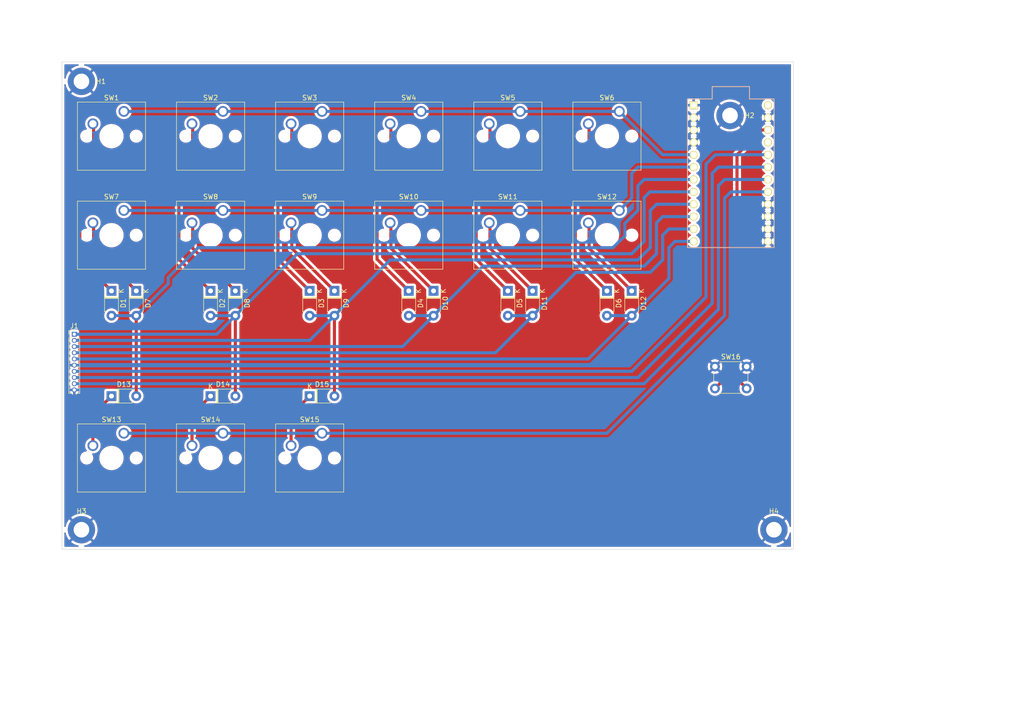
<source format=kicad_pcb>
(kicad_pcb (version 20211014) (generator pcbnew)
  (layers (0 "F.Cu" signal) (31 "B.Cu" signal) (34 "B.Paste" user) (35 "F.Paste" user) (36 "B.SilkS" user "B.Silkscreen") (37 "F.SilkS" user "F.Silkscreen") (38 "B.Mask" user) (39 "F.Mask" user) (44 "Edge.Cuts" user))
  (net 0 "")
  (net 1 "/w0")
  (net 2 "Net-(D2-Pad1)")
  (net 3 "Net-(D3-Pad1)")
  (net 4 "/w1")
  (net 5 "Net-(D4-Pad1)")
  (net 6 "Net-(D5-Pad1)")
  (net 7 "/w2")
  (net 8 "/w3")
  (net 9 "/w4")
  (net 10 "Net-(D12-Pad1)")
  (net 11 "Net-(D13-Pad1)")
  (net 12 "Net-(D14-Pad1)")
  (net 13 "Net-(D15-Pad1)")
  (net 14 "Net-(D6-Pad1)")
  (net 15 "/w5")
  (net 16 "Net-(D7-Pad1)")
  (net 17 "Net-(D8-Pad1)")
  (net 18 "Net-(D9-Pad1)")
  (net 19 "/r0")
  (net 20 "/r2")
  (net 21 "/r4")
  (net 22 "Net-(D1-Pad1)")
  (net 23 "Net-(D10-Pad1)")
  (net 24 "Net-(D11-Pad1)")
  (net 25 "GND")
  (net 28 "/r1")
  (net 29 "/r3")
  (net 30 "/r5")
  (net 31 "Net-(U1-Pad22)")
  (footprint "Button_Switch_Keyboard:SW_Cherry_MX_1.00u_PCB" (layer "F.Cu") (at 284.65 110.17)
    (fp_text reference "SW4" (at -2.54 -2.794) (layer "F.SilkS"))
    (fp_text value "SW_Push")
    (pad "" np_thru_hole circle (at -7.62 5.08) (size 1.7 1.7) (drill 1.7) (layers *.Cu *.Mask))
    (pad "" np_thru_hole circle (at -2.54 5.08) (size 4 4) (drill 4) (layers *.Cu *.Mask))
    (pad "" np_thru_hole circle (at 2.54 5.08) (size 1.7 1.7) (drill 1.7) (layers *.Cu *.Mask))
    (pad "1" thru_hole circle (at 0 0) (size 2.2 2.2) (drill 1.5) (layers *.Cu *.Mask) (net 28 "/r1"))
    (pad "2" thru_hole circle (at -6.35 2.54) (size 2.2 2.2) (drill 1.5) (layers *.Cu *.Mask) (net 5 "Net-(D4-Pad1)"))
  )
  (footprint "Diode_THT:D_T-1_P5.08mm_Horizontal" (layer "F.Cu") (at 302.43 147 -90)
    (fp_text reference "D5" (at 2.54 -2.42 90) (layer "F.SilkS"))
    (fp_text value "D")
    (fp_text user "K" (at 0 -2 90) (layer "F.SilkS"))
    (pad "1" thru_hole rect (at 0 0 270) (size 2 2) (drill 1) (layers *.Cu *.Mask) (net 6 "Net-(D5-Pad1)"))
    (pad "2" thru_hole oval (at 5.08 0 270) (size 2 2) (drill 1) (layers *.Cu *.Mask) (net 4 "/w1"))
  )
  (footprint "Button_Switch_Keyboard:SW_Cherry_MX_1.00u_PCB" (layer "F.Cu") (at 304.97 110.17)
    (fp_text reference "SW5" (at -2.54 -2.794) (layer "F.SilkS"))
    (fp_text value "SW_Push")
    (pad "" np_thru_hole circle (at -7.62 5.08) (size 1.7 1.7) (drill 1.7) (layers *.Cu *.Mask))
    (pad "" np_thru_hole circle (at 2.54 5.08) (size 1.7 1.7) (drill 1.7) (layers *.Cu *.Mask))
    (pad "" np_thru_hole circle (at -2.54 5.08) (size 4 4) (drill 4) (layers *.Cu *.Mask))
    (pad "1" thru_hole circle (at 0 0) (size 2.2 2.2) (drill 1.5) (layers *.Cu *.Mask) (net 28 "/r1"))
    (pad "2" thru_hole circle (at -6.35 2.54) (size 2.2 2.2) (drill 1.5) (layers *.Cu *.Mask) (net 6 "Net-(D5-Pad1)"))
  )
  (footprint "Diode_THT:D_T-1_P5.08mm_Horizontal" (layer "F.Cu") (at 322.75 147 -90)
    (fp_text reference "D6" (at 2.54 -2.42 90) (layer "F.SilkS"))
    (fp_text value "D")
    (fp_text user "K" (at 0 -2 90) (layer "F.SilkS"))
    (pad "1" thru_hole rect (at 0 0 270) (size 2 2) (drill 1) (layers *.Cu *.Mask) (net 14 "Net-(D6-Pad1)"))
    (pad "2" thru_hole oval (at 5.08 0 270) (size 2 2) (drill 1) (layers *.Cu *.Mask) (net 1 "/w0"))
  )
  (footprint "Button_Switch_Keyboard:SW_Cherry_MX_1.00u_PCB" (layer "F.Cu") (at 325.29 110.17)
    (fp_text reference "SW6" (at -2.54 -2.794) (layer "F.SilkS"))
    (fp_text value "SW_Push")
    (pad "" np_thru_hole circle (at -7.62 5.08) (size 1.7 1.7) (drill 1.7) (layers *.Cu *.Mask))
    (pad "" np_thru_hole circle (at -2.54 5.08) (size 4 4) (drill 4) (layers *.Cu *.Mask))
    (pad "" np_thru_hole circle (at 2.54 5.08) (size 1.7 1.7) (drill 1.7) (layers *.Cu *.Mask))
    (pad "1" thru_hole circle (at 0 0) (size 2.2 2.2) (drill 1.5) (layers *.Cu *.Mask) (net 28 "/r1"))
    (pad "2" thru_hole circle (at -6.35 2.54) (size 2.2 2.2) (drill 1.5) (layers *.Cu *.Mask) (net 14 "Net-(D6-Pad1)"))
  )
  (footprint "MountingHole:MountingHole_3.2mm_M3_DIN965_Pad" (layer "F.Cu") (at 214.99 104.01)
    (fp_text reference "H1" (at 4 0) (layer "F.SilkS"))
    (fp_text value "MountingHole_Pad")
    (pad "1" thru_hole circle (at 0 0) (size 5.6 5.6) (drill 3.2) (layers *.Cu *.Mask) (net 25 "GND"))
  )
  (footprint "MountingHole:MountingHole_3.2mm_M3_DIN965_Pad" (layer "F.Cu") (at 214.99 196.01)
    (fp_text reference "H3" (at 0 -3.8) (layer "F.SilkS"))
    (fp_text value "MountingHole_Pad")
    (pad "1" thru_hole circle (at 0 0) (size 5.6 5.6) (drill 3.2) (layers *.Cu *.Mask) (net 25 "GND"))
  )
  (footprint "Diode_THT:D_T-1_P5.08mm_Horizontal" (layer "F.Cu") (at 246.55 147 -90)
    (fp_text reference "D8" (at 2.54 -2.42 90) (layer "F.SilkS"))
    (fp_text value "D")
    (fp_text user "K" (at 0 -2 90) (layer "F.SilkS"))
    (pad "1" thru_hole rect (at 0 0 270) (size 2 2) (drill 1) (layers *.Cu *.Mask) (net 17 "Net-(D8-Pad1)"))
    (pad "2" thru_hole oval (at 5.08 0 270) (size 2 2) (drill 1) (layers *.Cu *.Mask) (net 9 "/w4"))
  )
  (footprint "Button_Switch_Keyboard:SW_Cherry_MX_1.00u_PCB" (layer "F.Cu") (at 223.69 130.49)
    (fp_text reference "SW7" (at -2.54 -2.794) (layer "F.SilkS"))
    (fp_text value "SW_Push")
    (pad "" np_thru_hole circle (at -7.62 5.08) (size 1.7 1.7) (drill 1.7) (layers *.Cu *.Mask))
    (pad "" np_thru_hole circle (at 2.54 5.08) (size 1.7 1.7) (drill 1.7) (layers *.Cu *.Mask))
    (pad "" np_thru_hole circle (at -2.54 5.08) (size 4 4) (drill 4) (layers *.Cu *.Mask))
    (pad "1" thru_hole circle (at 0 0) (size 2.2 2.2) (drill 1.5) (layers *.Cu *.Mask) (net 29 "/r3"))
    (pad "2" thru_hole circle (at -6.35 2.54) (size 2.2 2.2) (drill 1.5) (layers *.Cu *.Mask) (net 16 "Net-(D7-Pad1)"))
  )
  (footprint "Button_Switch_THT:SW_PUSH_6mm_H5mm" (layer "F.Cu") (at 344.9 162.53)
    (fp_text reference "SW16" (at 3.25 -2) (layer "F.SilkS"))
    (fp_text value "SW_Push")
    (pad "1" thru_hole circle (at 0 0 90) (size 2 2) (drill 1.1) (layers *.Cu *.Mask) (net 25 "GND"))
    (pad "1" thru_hole circle (at 6.5 0 90) (size 2 2) (drill 1.1) (layers *.Cu *.Mask) (net 25 "GND"))
    (pad "2" thru_hole circle (at 0 4.5 90) (size 2 2) (drill 1.1) (layers *.Cu *.Mask) (net 31 "Net-(U1-Pad22)"))
    (pad "2" thru_hole circle (at 6.5 4.5 90) (size 2 2) (drill 1.1) (layers *.Cu *.Mask) (net 31 "Net-(U1-Pad22)"))
  )
  (footprint "Button_Switch_Keyboard:SW_Cherry_MX_1.00u_PCB" (layer "F.Cu") (at 304.97 130.49)
    (fp_text reference "SW11" (at -2.54 -2.794) (layer "F.SilkS"))
    (fp_text value "SW_Push")
    (pad "" np_thru_hole circle (at 2.54 5.08) (size 1.7 1.7) (drill 1.7) (layers *.Cu *.Mask))
    (pad "" np_thru_hole circle (at -7.62 5.08) (size 1.7 1.7) (drill 1.7) (layers *.Cu *.Mask))
    (pad "" np_thru_hole circle (at -2.54 5.08) (size 4 4) (drill 4) (layers *.Cu *.Mask))
    (pad "1" thru_hole circle (at 0 0) (size 2.2 2.2) (drill 1.5) (layers *.Cu *.Mask) (net 29 "/r3"))
    (pad "2" thru_hole circle (at -6.35 2.54) (size 2.2 2.2) (drill 1.5) (layers *.Cu *.Mask) (net 24 "Net-(D11-Pad1)"))
  )
  (footprint "Button_Switch_Keyboard:SW_Cherry_MX_1.00u_PCB" (layer "F.Cu") (at 244.01 130.49)
    (fp_text reference "SW8" (at -2.54 -2.794) (layer "F.SilkS"))
    (fp_text value "SW_Push")
    (pad "" np_thru_hole circle (at -2.54 5.08) (size 4 4) (drill 4) (layers *.Cu *.Mask))
    (pad "" np_thru_hole circle (at -7.62 5.08) (size 1.7 1.7) (drill 1.7) (layers *.Cu *.Mask))
    (pad "" np_thru_hole circle (at 2.54 5.08) (size 1.7 1.7) (drill 1.7) (layers *.Cu *.Mask))
    (pad "1" thru_hole circle (at 0 0) (size 2.2 2.2) (drill 1.5) (layers *.Cu *.Mask) (net 29 "/r3"))
    (pad "2" thru_hole circle (at -6.35 2.54) (size 2.2 2.2) (drill 1.5) (layers *.Cu *.Mask) (net 17 "Net-(D8-Pad1)"))
  )
  (footprint "Diode_THT:D_T-1_P5.08mm_Horizontal" (layer "F.Cu") (at 226.23 147 -90)
    (fp_text reference "D7" (at 2.54 -2.42 90) (layer "F.SilkS"))
    (fp_text value "D")
    (fp_text user "K" (at 0 -2 90) (layer "F.SilkS"))
    (pad "1" thru_hole rect (at 0 0 270) (size 2 2) (drill 1) (layers *.Cu *.Mask) (net 16 "Net-(D7-Pad1)"))
    (pad "2" thru_hole oval (at 5.08 0 270) (size 2 2) (drill 1) (layers *.Cu *.Mask) (net 15 "/w5"))
  )
  (footprint "Button_Switch_Keyboard:SW_Cherry_MX_1.00u_PCB" (layer "F.Cu") (at 264.33 176.21)
    (fp_text reference "SW15" (at -2.54 -2.794) (layer "F.SilkS"))
    (fp_text value "SW_Push")
    (pad "" np_thru_hole circle (at -7.62 5.08) (size 1.7 1.7) (drill 1.7) (layers *.Cu *.Mask))
    (pad "" np_thru_hole circle (at 2.54 5.08) (size 1.7 1.7) (drill 1.7) (layers *.Cu *.Mask))
    (pad "" np_thru_hole circle (at -2.54 5.08) (size 4 4) (drill 4) (layers *.Cu *.Mask))
    (pad "1" thru_hole circle (at 0 0) (size 2.2 2.2) (drill 1.5) (layers *.Cu *.Mask) (net 30 "/r5"))
    (pad "2" thru_hole circle (at -6.35 2.54) (size 2.2 2.2) (drill 1.5) (layers *.Cu *.Mask) (net 13 "Net-(D15-Pad1)"))
  )
  (footprint "Diode_THT:D_T-1_P5.08mm_Horizontal" (layer "F.Cu") (at 287.19 147 -90)
    (fp_text reference "D10" (at 2.54 -2.42 90) (layer "F.SilkS"))
    (fp_text value "D")
    (fp_text user "K" (at 0 -2 90) (layer "F.SilkS"))
    (pad "1" thru_hole rect (at 0 0 270) (size 2 2) (drill 1) (layers *.Cu *.Mask) (net 23 "Net-(D10-Pad1)"))
    (pad "2" thru_hole oval (at 5.08 0 270) (size 2 2) (drill 1) (layers *.Cu *.Mask) (net 7 "/w2"))
  )
  (footprint "Button_Switch_Keyboard:SW_Cherry_MX_1.00u_PCB" (layer "F.Cu") (at 264.33 110.17)
    (fp_text reference "SW3" (at -2.54 -2.794) (layer "F.SilkS"))
    (fp_text value "SW_Push")
    (pad "" np_thru_hole circle (at -2.54 5.08) (size 4 4) (drill 4) (layers *.Cu *.Mask))
    (pad "" np_thru_hole circle (at -7.62 5.08) (size 1.7 1.7) (drill 1.7) (layers *.Cu *.Mask))
    (pad "" np_thru_hole circle (at 2.54 5.08) (size 1.7 1.7) (drill 1.7) (layers *.Cu *.Mask))
    (pad "1" thru_hole circle (at 0 0) (size 2.2 2.2) (drill 1.5) (layers *.Cu *.Mask) (net 28 "/r1"))
    (pad "2" thru_hole circle (at -6.35 2.54) (size 2.2 2.2) (drill 1.5) (layers *.Cu *.Mask) (net 3 "Net-(D3-Pad1)"))
  )
  (footprint "Diode_THT:D_T-1_P5.08mm_Horizontal" (layer "F.Cu") (at 241.47 168.59)
    (fp_text reference "D14" (at 2.54 -2.42) (layer "F.SilkS"))
    (fp_text value "D")
    (fp_text user "K" (at 0 -2) (layer "F.SilkS"))
    (pad "1" thru_hole rect (at 0 0) (size 2 2) (drill 1) (layers *.Cu *.Mask) (net 12 "Net-(D14-Pad1)"))
    (pad "2" thru_hole oval (at 5.08 0) (size 2 2) (drill 1) (layers *.Cu *.Mask) (net 9 "/w4"))
  )
  (footprint "Diode_THT:D_T-1_P5.08mm_Horizontal" (layer "F.Cu") (at 327.83 147 -90)
    (fp_text reference "D12" (at 2.54 -2.42 90) (layer "F.SilkS"))
    (fp_text value "D")
    (fp_text user "K" (at 0 -2 90) (layer "F.SilkS"))
    (pad "1" thru_hole rect (at 0 0 270) (size 2 2) (drill 1) (layers *.Cu *.Mask) (net 10 "Net-(D12-Pad1)"))
    (pad "2" thru_hole oval (at 5.08 0 270) (size 2 2) (drill 1) (layers *.Cu *.Mask) (net 1 "/w0"))
  )
  (footprint "promicro:ProMicro" (layer "F.Cu") (at 348.15 122.87 -90)
    (fp_text reference "U1" hide)
    (fp_text value "ProMicro")
    (pad "1" thru_hole rect locked (at -13.97 7.62 270) (size 1.6 1.6) (drill 1.1) (layers *.Cu *.Mask "F.SilkS") (net 25 "GND"))
    (pad "2" thru_hole circle locked (at -11.43 7.62 270) (size 1.6 1.6) (drill 1.1) (layers *.Cu *.Mask "F.SilkS") (net 25 "GND"))
    (pad "3" thru_hole circle locked (at -8.89 7.62 270) (size 1.6 1.6) (drill 1.1) (layers *.Cu *.Mask "F.SilkS") (net 25 "GND"))
    (pad "4" thru_hole circle locked (at -6.35 7.62 270) (size 1.6 1.6) (drill 1.1) (layers *.Cu *.Mask "F.SilkS") (net 25 "GND"))
    (pad "5" thru_hole circle locked (at -3.81 7.62 270) (size 1.6 1.6) (drill 1.1) (layers *.Cu *.Mask "F.SilkS") (net 28 "/r1"))
    (pad "6" thru_hole circle locked (at -1.27 7.62 270) (size 1.6 1.6) (drill 1.1) (layers *.Cu *.Mask "F.SilkS") (net 29 "/r3"))
    (pad "7" thru_hole circle locked (at 1.27 7.62 270) (size 1.6 1.6) (drill 1.1) (layers *.Cu *.Mask "F.SilkS") (net 15 "/w5"))
    (pad "8" thru_hole circle locked (at 3.81 7.62 270) (size 1.6 1.6) (drill 1.1) (layers *.Cu *.Mask "F.SilkS") (net 9 "/w4"))
    (pad "9" thru_hole circle locked (at 6.35 7.62 270) (size 1.6 1.6) (drill 1.1) (layers *.Cu *.Mask "F.SilkS") (net 8 "/w3"))
    (pad "10" thru_hole circle locked (at 8.89 7.62 270) (size 1.6 1.6) (drill 1.1) (layers *.Cu *.Mask "F.SilkS") (net 7 "/w2"))
    (pad "11" thru_hole circle locked (at 11.43 7.62 270) (size 1.6 1.6) (drill 1.1) (layers *.Cu *.Mask "F.SilkS") (net 4 "/w1"))
    (pad "12" thru_hole circle locked (at 13.97 7.62 270) (size 1.6 1.6) (drill 1.1) (layers *.Cu *.Mask "F.SilkS") (net 1 "/w0"))
    (pad "13" thru_hole circle locked (at 13.97 -7.62 270) (size 1.6 1.6) (drill 1.1) (layers *.Cu *.Mask "F.SilkS") (net 25 "GND"))
    (pad "14" thru_hole circle locked (at 11.43 -7.62 270) (size 1.6 1.6) (drill 1.1) (layers *.Cu *.Mask "F.SilkS") (net 25 "GND"))
    (pad "15" thru_hole circle locked (at 8.89 -7.62 270) (size 1.6 1.6) (drill 1.1) (layers *.Cu *.Mask "F.SilkS") (net 25 "GND"))
    (pad "16" thru_hole circle locked (at 6.35 -7.62 270) (size 1.6 1.6) (drill 1.1) (layers *.Cu *.Mask "F.SilkS") (net 25 "GND"))
    (pad "17" thru_hole circle locked (at 3.81 -7.62 270) (size 1.6 1.6) (drill 1.1) (layers *.Cu *.Mask "F.SilkS") (net 30 "/r5"))
    (pad "18" thru_hole circle locked (at 1.27 -7.62 270) (size 1.6 1.6) (drill 1.1) (layers *.Cu *.Mask "F.SilkS") (net 21 "/r4"))
    (pad "19" thru_hole circle locked (at -1.27 -7.62 270) (size 1.6 1.6) (drill 1.1) (layers *.Cu *.Mask "F.SilkS") (net 20 "/r2"))
    (pad "20" thru_hole circle locked (at -3.81 -7.62 270) (size 1.6 1.6) (drill 1.1) (layers *.Cu *.Mask "F.SilkS") (net 19 "/r0"))
    (pad "21" thru_hole circle locked (at -6.35 -7.62 270) (size 1.6 1.6) (drill 1.1) (layers *.Cu *.Mask "F.SilkS"))
    (pad "22" thru_hole circle locked (at -8.89 -7.62 270) (size 1.6 1.6) (drill 1.1) (layers *.Cu *.Mask "F.SilkS") (net 31 "Net-(U1-Pad22)"))
    (pad "23" thru_hole circle locked (at -11.43 -7.62 270) (size 1.6 1.6) (drill 1.1) (layers *.Cu *.Mask "F.SilkS") (net 25 "GND"))
    (pad "24" thru_hole circle locked (at -13.97 -7.62 270) (size 1.6 1.6) (drill 1.1) (layers *.Cu *.Mask "F.SilkS"))
  )
  (footprint "Diode_THT:D_T-1_P5.08mm_Horizontal" (layer "F.Cu") (at 266.87 147 -90)
    (fp_text reference "D9" (at 2.54 -2.42 90) (layer "F.SilkS"))
    (fp_text value "D")
    (fp_text user "K" (at 0 -2 90) (layer "F.SilkS"))
    (pad "1" thru_hole rect (at 0 0 270) (size 2 2) (drill 1) (layers *.Cu *.Mask) (net 18 "Net-(D9-Pad1)"))
    (pad "2" thru_hole oval (at 5.08 0 270) (size 2 2) (drill 1) (layers *.Cu *.Mask) (net 8 "/w3"))
  )
  (footprint "Diode_THT:D_T-1_P5.08mm_Horizontal" (layer "F.Cu") (at 307.51 147 -90)
    (fp_text reference "D11" (at 2.54 -2.42 90) (layer "F.SilkS"))
    (fp_text value "D")
    (fp_text user "K" (at 0 -2 90) (layer "F.SilkS"))
    (pad "1" thru_hole rect (at 0 0 270) (size 2 2) (drill 1) (layers *.Cu *.Mask) (net 24 "Net-(D11-Pad1)"))
    (pad "2" thru_hole oval (at 5.08 0 270) (size 2 2) (drill 1) (layers *.Cu *.Mask) (net 4 "/w1"))
  )
  (footprint "Button_Switch_Keyboard:SW_Cherry_MX_1.00u_PCB" (layer "F.Cu") (at 223.69 110.17)
    (fp_text reference "SW1" (at -2.54 -2.794) (layer "F.SilkS"))
    (fp_text value "SW_Push")
    (pad "" np_thru_hole circle (at -7.62 5.08) (size 1.7 1.7) (drill 1.7) (layers *.Cu *.Mask))
    (pad "" np_thru_hole circle (at -2.54 5.08) (size 4 4) (drill 4) (layers *.Cu *.Mask))
    (pad "" np_thru_hole circle (at 2.54 5.08) (size 1.7 1.7) (drill 1.7) (layers *.Cu *.Mask))
    (pad "1" thru_hole circle (at 0 0) (size 2.2 2.2) (drill 1.5) (layers *.Cu *.Mask) (net 28 "/r1"))
    (pad "2" thru_hole circle (at -6.35 2.54) (size 2.2 2.2) (drill 1.5) (layers *.Cu *.Mask) (net 22 "Net-(D1-Pad1)"))
  )
  (footprint "Button_Switch_Keyboard:SW_Cherry_MX_1.00u_PCB" (layer "F.Cu") (at 284.65 130.49)
    (fp_text reference "SW10" (at -2.54 -2.794) (layer "F.SilkS"))
    (fp_text value "SW_Push")
    (pad "" np_thru_hole circle (at -2.54 5.08) (size 4 4) (drill 4) (layers *.Cu *.Mask))
    (pad "" np_thru_hole circle (at -7.62 5.08) (size 1.7 1.7) (drill 1.7) (layers *.Cu *.Mask))
    (pad "" np_thru_hole circle (at 2.54 5.08) (size 1.7 1.7) (drill 1.7) (layers *.Cu *.Mask))
    (pad "1" thru_hole circle (at 0 0) (size 2.2 2.2) (drill 1.5) (layers *.Cu *.Mask) (net 29 "/r3"))
    (pad "2" thru_hole circle (at -6.35 2.54) (size 2.2 2.2) (drill 1.5) (layers *.Cu *.Mask) (net 23 "Net-(D10-Pad1)"))
  )
  (footprint "Diode_THT:D_T-1_P5.08mm_Horizontal" (layer "F.Cu") (at 261.79 147 -90)
    (fp_text reference "D3" (at 2.54 -2.42 90) (layer "F.SilkS"))
    (fp_text value "D")
    (fp_text user "K" (at 0 -2 90) (layer "F.SilkS"))
    (pad "1" thru_hole rect (at 0 0 270) (size 2 2) (drill 1) (layers *.Cu *.Mask) (net 3 "Net-(D3-Pad1)"))
    (pad "2" thru_hole oval (at 5.08 0 270) (size 2 2) (drill 1) (layers *.Cu *.Mask) (net 8 "/w3"))
  )
  (footprint "Diode_THT:D_T-1_P5.08mm_Horizontal" (layer "F.Cu") (at 221.15 168.59)
    (fp_text reference "D13" (at 2.54 -2.42) (layer "F.SilkS"))
    (fp_text value "D")
    (pad "1" thru_hole rect (at 0 0) (size 2 2) (drill 1) (layers *.Cu *.Mask) (net 11 "Net-(D13-Pad1)"))
    (pad "2" thru_hole oval (at 5.08 0) (size 2 2) (drill 1) (layers *.Cu *.Mask) (net 15 "/w5"))
  )
  (footprint "Connector_PinHeader_1.27mm:PinHeader_1x10_P1.27mm_Vertical" (layer "F.Cu") (at 213.53 155.89)
    (fp_text reference "J1" (at 0 -1.695) (layer "F.SilkS"))
    (fp_text value "Conn_01x10_Female")
    (pad "1" thru_hole rect (at 0 0) (size 1 1) (drill 0.65) (layers *.Cu *.Mask) (net 9 "/w4"))
    (pad "2" thru_hole oval (at 0 1.27) (size 1 1) (drill 0.65) (layers *.Cu *.Mask) (net 8 "/w3"))
    (pad "3" thru_hole oval (at 0 2.54) (size 1 1) (drill 0.65) (layers *.Cu *.Mask) (net 7 "/w2"))
    (pad "4" thru_hole oval (at 0 3.81) (size 1 1) (drill 0.65) (layers *.Cu *.Mask) (net 4 "/w1"))
    (pad "5" thru_hole oval (at 0 5.08) (size 1 1) (drill 0.65) (layers *.Cu *.Mask) (net 1 "/w0"))
    (pad "6" thru_hole oval (at 0 6.35) (size 1 1) (drill 0.65) (layers *.Cu *.Mask) (net 25 "GND"))
    (pad "7" thru_hole oval (at 0 7.62) (size 1 1) (drill 0.65) (layers *.Cu *.Mask) (net 19 "/r0"))
    (pad "8" thru_hole oval (at 0 8.89) (size 1 1) (drill 0.65) (layers *.Cu *.Mask) (net 20 "/r2"))
    (pad "9" thru_hole oval (at 0 10.16) (size 1 1) (drill 0.65) (layers *.Cu *.Mask) (net 21 "/r4"))
    (pad "10" thru_hole oval (at 0 11.43) (size 1 1) (drill 0.65) (layers *.Cu *.Mask) (net 25 "GND"))
  )
  (footprint "Diode_THT:D_T-1_P5.08mm_Horizontal" (layer "F.Cu") (at 241.47 147 -90)
    (fp_text reference "D2" (at 2.54 -2.42 90) (layer "F.SilkS"))
    (fp_text value "D")
    (fp_text user "K" (at 0 -2 90) (layer "F.SilkS"))
    (pad "1" thru_hole rect (at 0 0 270) (size 2 2) (drill 1) (layers *.Cu *.Mask) (net 2 "Net-(D2-Pad1)"))
    (pad "2" thru_hole oval (at 5.08 0 270) (size 2 2) (drill 1) (layers *.Cu *.Mask) (net 9 "/w4"))
  )
  (footprint "MountingHole:MountingHole_3.2mm_M3_DIN965_Pad" (layer "F.Cu") (at 356.99 196.01)
    (fp_text reference "H4" (at 0 -3.8) (layer "F.SilkS"))
    (fp_text value "MountingHole_Pad")
    (pad "1" thru_hole circle (at 0 0) (size 5.6 5.6) (drill 3.2) (layers *.Cu *.Mask) (net 25 "GND"))
  )
  (footprint "Diode_THT:D_T-1_P5.08mm_Horizontal" (layer "F.Cu") (at 261.79 168.59)
    (fp_text reference "D15" (at 2.54 -2.42) (layer "F.SilkS"))
    (fp_text value "D")
    (fp_text user "K" (at 0 -2) (layer "F.SilkS"))
    (pad "1" thru_hole rect (at 0 0) (size 2 2) (drill 1) (layers *.Cu *.Mask) (net 13 "Net-(D15-Pad1)"))
    (pad "2" thru_hole oval (at 5.08 0) (size 2 2) (drill 1) (layers *.Cu *.Mask) (net 8 "/w3"))
  )
  (footprint "Button_Switch_Keyboard:SW_Cherry_MX_1.00u_PCB" (layer "F.Cu") (at 264.33 130.49)
    (fp_text reference "SW9" (at -2.54 -2.794) (layer "F.SilkS"))
    (fp_text value "SW_Push")
    (pad "" np_thru_hole circle (at 2.54 5.08) (size 1.7 1.7) (drill 1.7) (layers *.Cu *.Mask))
    (pad "" np_thru_hole circle (at -2.54 5.08) (size 4 4) (drill 4) (layers *.Cu *.Mask))
    (pad "" np_thru_hole circle (at -7.62 5.08) (size 1.7 1.7) (drill 1.7) (layers *.Cu *.Mask))
    (pad "1" thru_hole circle (at 0 0) (size 2.2 2.2) (drill 1.5) (layers *.Cu *.Mask) (net 29 "/r3"))
    (pad "2" thru_hole circle (at -6.35 2.54) (size 2.2 2.2) (drill 1.5) (layers *.Cu *.Mask) (net 18 "Net-(D9-Pad1)"))
  )
  (footprint "Button_Switch_Keyboard:SW_Cherry_MX_1.00u_PCB" (layer "F.Cu") (at 325.29 130.49)
    (fp_text reference "SW12" (at -2.54 -2.794) (layer "F.SilkS"))
    (fp_text value "SW_Push")
    (pad "" np_thru_hole circle (at 2.54 5.08) (size 1.7 1.7) (drill 1.7) (layers *.Cu *.Mask))
    (pad "" np_thru_hole circle (at -7.62 5.08) (size 1.7 1.7) (drill 1.7) (layers *.Cu *.Mask))
    (pad "" np_thru_hole circle (at -2.54 5.08) (size 4 4) (drill 4) (layers *.Cu *.Mask))
    (pad "1" thru_hole circle (at 0 0) (size 2.2 2.2) (drill 1.5) (layers *.Cu *.Mask) (net 29 "/r3"))
    (pad "2" thru_hole circle (at -6.35 2.54) (size 2.2 2.2) (drill 1.5) (layers *.Cu *.Mask) (net 10 "Net-(D12-Pad1)"))
  )
  (footprint "Button_Switch_Keyboard:SW_Cherry_MX_1.00u_PCB" (layer "F.Cu") (at 223.69 176.21)
    (fp_text reference "SW13" (at -2.54 -2.794) (layer "F.SilkS"))
    (fp_text value "SW_Push")
    (pad "" np_thru_hole circle (at 2.54 5.08) (size 1.7 1.7) (drill 1.7) (layers *.Cu *.Mask))
    (pad "" np_thru_hole circle (at -7.62 5.08) (size 1.7 1.7) (drill 1.7) (layers *.Cu *.Mask))
    (pad "" np_thru_hole circle (at -2.54 5.08) (size 4 4) (drill 4) (layers *.Cu *.Mask))
    (pad "1" thru_hole circle (at 0 0) (size 2.2 2.2) (drill 1.5) (layers *.Cu *.Mask) (net 30 "/r5"))
    (pad "2" thru_hole circle (at -6.35 2.54) (size 2.2 2.2) (drill 1.5) (layers *.Cu *.Mask) (net 11 "Net-(D13-Pad1)"))
  )
  (footprint "Button_Switch_Keyboard:SW_Cherry_MX_1.00u_PCB" (layer "F.Cu") (at 244.01 110.17)
    (fp_text reference "SW2" (at -2.54 -2.794) (layer "F.SilkS"))
    (fp_text value "SW_Push")
    (pad "" np_thru_hole circle (at 2.54 5.08) (size 1.7 1.7) (drill 1.7) (layers *.Cu *.Mask))
    (pad "" np_thru_hole circle (at -2.54 5.08) (size 4 4) (drill 4) (layers *.Cu *.Mask))
    (pad "" np_thru_hole circle (at -7.62 5.08) (size 1.7 1.7) (drill 1.7) (layers *.Cu *.Mask))
    (pad "1" thru_hole circle (at 0 0) (size 2.2 2.2) (drill 1.5) (layers *.Cu *.Mask) (net 28 "/r1"))
    (pad "2" thru_hole circle (at -6.35 2.54) (size 2.2 2.2) (drill 1.5) (layers *.Cu *.Mask) (net 2 "Net-(D2-Pad1)"))
  )
  (footprint "MountingHole:MountingHole_3.2mm_M3_DIN965_Pad" (layer "F.Cu") (at 347.99 111.01)
    (fp_text reference "H2" (at 4 0) (layer "F.SilkS"))
    (fp_text value "MountingHole_Pad")
    (pad "1" thru_hole circle (at 0 0) (size 5.6 5.6) (drill 3.2) (layers *.Cu *.Mask) (net 25 "GND"))
  )
  (footprint "Diode_THT:D_T-1_P5.08mm_Horizontal" (layer "F.Cu") (at 282.11 147 -90)
    (fp_text reference "D4" (at 2.54 -2.42 90) (layer "F.SilkS"))
    (fp_text value "D")
    (fp_text user "K" (at 0 -2 90) (layer "F.SilkS"))
    (pad "1" thru_hole rect (at 0 0 270) (size 2 2) (drill 1) (layers *.Cu *.Mask) (net 5 "Net-(D4-Pad1)"))
    (pad "2" thru_hole oval (at 5.08 0 270) (size 2 2) (drill 1) (layers *.Cu *.Mask) (net 7 "/w2"))
  )
  (footprint "Diode_THT:D_T-1_P5.08mm_Horizontal" (layer "F.Cu") (at 221.15 147 -90)
    (fp_text reference "D1" (at 2.54 -2.42 90) (layer "F.SilkS"))
    (fp_text value "D")
    (fp_text user "K" (at 0 -2 90) (layer "F.SilkS"))
    (pad "1" thru_hole rect (at 0 0 270) (size 2 2) (drill 1) (layers *.Cu *.Mask) (net 22 "Net-(D1-Pad1)"))
    (pad "2" thru_hole oval (at 5.08 0 270) (size 2 2) (drill 1) (layers *.Cu *.Mask) (net 15 "/w5"))
  )
  (footprint "Button_Switch_Keyboard:SW_Cherry_MX_1.00u_PCB" (layer "F.Cu") (at 244.01 176.21)
    (fp_text reference "SW14" (at -2.54 -2.794) (layer "F.SilkS"))
    (fp_text value "SW_Push")
    (pad "" np_thru_hole circle (at -7.62 5.08) (size 1.7 1.7) (drill 1.7) (layers *.Cu *.Mask))
    (pad "" np_thru_hole circle (at 2.54 5.08) (size 1.7 1.7) (drill 1.7) (layers *.Cu *.Mask))
    (pad "" np_thru_hole circle (at -2.54 5.08) (size 4 4) (drill 4) (layers *.Cu *.Mask))
    (pad "1" thru_hole circle (at 0 0) (size 2.2 2.2) (drill 1.5) (layers *.Cu *.Mask) (net 30 "/r5"))
    (pad "2" thru_hole circle (at -6.35 2.54) (size 2.2 2.2) (drill 1.5) (layers *.Cu *.Mask) (net 12 "Net-(D14-Pad1)"))
  )
  (gr_rect (start 210.99 100.01) (end 360.99 200.01) (layer "Edge.Cuts") (width 0.1) (fill none))
  (segment (start 318.94 160.97) (end 327.83 152.08) (width 0.635) (layer "B.Cu") (net 1))
  (segment (start 322.75 152.08) (end 327.83 152.08) (width 0.635) (layer "B.Cu") (net 1))
  (segment (start 213.53 160.97) (end 318.94 160.97) (width 0.635) (layer "B.Cu") (net 1))
  (segment (start 335.45 138.11) (end 336.72 136.84) (width 0.635) (layer "B.Cu") (net 1))
  (segment (start 335.45 144.46) (end 335.45 138.11) (width 0.635) (layer "B.Cu") (net 1))
  (segment (start 336.72 136.84) (end 340.53 136.84) (width 0.635) (layer "B.Cu") (net 1))
  (segment (start 327.83 152.08) (end 335.45 144.46) (width 0.635) (layer "B.Cu") (net 1))
  (segment (start 234.972979 124.287021) (end 237.807021 121.452979) (width 0.635) (layer "F.Cu") (net 2))
  (segment (start 237.807021 112.857021) (end 237.66 112.71) (width 0.635) (layer "F.Cu") (net 2))
  (segment (start 241.47 147) (end 234.972979 140.502979) (width 0.635) (layer "F.Cu") (net 2))
  (segment (start 237.807021 121.452979) (end 237.807021 112.857021) (width 0.635) (layer "F.Cu") (net 2))
  (segment (start 234.972979 140.502979) (end 234.972979 124.287021) (width 0.635) (layer "F.Cu") (net 2))
  (segment (start 261.79 147) (end 255.292979 140.502979) (width 0.635) (layer "F.Cu") (net 3))
  (segment (start 255.292979 140.502979) (end 255.292979 124.287021) (width 0.635) (layer "F.Cu") (net 3))
  (segment (start 255.292979 124.287021) (end 258.127021 121.452979) (width 0.635) (layer "F.Cu") (net 3))
  (segment (start 258.127021 112.857021) (end 257.98 112.71) (width 0.635) (layer "F.Cu") (net 3))
  (segment (start 258.127021 121.452979) (end 258.127021 112.857021) (width 0.635) (layer "F.Cu") (net 3))
  (segment (start 334.18 135.57) (end 335.45 134.3) (width 0.635) (layer "B.Cu") (net 4))
  (segment (start 299.89 159.7) (end 307.51 152.08) (width 0.635) (layer "B.Cu") (net 4))
  (segment (start 335.45 134.3) (end 340.53 134.3) (width 0.635) (layer "B.Cu") (net 4))
  (segment (start 307.51 152.08) (end 316.4 143.19) (width 0.635) (layer "B.Cu") (net 4))
  (segment (start 302.43 152.08) (end 307.51 152.08) (width 0.635) (layer "B.Cu") (net 4))
  (segment (start 213.53 159.7) (end 299.89 159.7) (width 0.635) (layer "B.Cu") (net 4))
  (segment (start 331.64 143.19) (end 334.18 140.65) (width 0.635) (layer "B.Cu") (net 4))
  (segment (start 334.18 140.65) (end 334.18 135.57) (width 0.635) (layer "B.Cu") (net 4))
  (segment (start 316.4 143.19) (end 331.64 143.19) (width 0.635) (layer "B.Cu") (net 4))
  (segment (start 275.612979 124.287021) (end 278.447021 121.452979) (width 0.635) (layer "F.Cu") (net 5))
  (segment (start 278.447021 121.452979) (end 278.447021 112.857021) (width 0.635) (layer "F.Cu") (net 5))
  (segment (start 282.11 147) (end 275.612979 140.502979) (width 0.635) (layer "F.Cu") (net 5))
  (segment (start 278.447021 112.857021) (end 278.3 112.71) (width 0.635) (layer "F.Cu") (net 5))
  (segment (start 275.612979 140.502979) (end 275.612979 124.287021) (width 0.635) (layer "F.Cu") (net 5))
  (segment (start 298.767021 112.857021) (end 298.62 112.71) (width 0.635) (layer "F.Cu") (net 6))
  (segment (start 295.932979 124.287021) (end 298.767021 121.452979) (width 0.635) (layer "F.Cu") (net 6))
  (segment (start 298.767021 121.452979) (end 298.767021 112.857021) (width 0.635) (layer "F.Cu") (net 6))
  (segment (start 302.43 147) (end 295.932979 140.502979) (width 0.635) (layer "F.Cu") (net 6))
  (segment (start 295.932979 140.502979) (end 295.932979 124.287021) (width 0.635) (layer "F.Cu") (net 6))
  (segment (start 334.18 131.76) (end 340.53 131.76) (width 0.635) (layer "B.Cu") (net 7))
  (segment (start 287.19 152.08) (end 297.35 141.92) (width 0.635) (layer "B.Cu") (net 7))
  (segment (start 280.84 158.43) (end 287.19 152.08) (width 0.635) (layer "B.Cu") (net 7))
  (segment (start 330.37 141.92) (end 332.91 139.38) (width 0.635) (layer "B.Cu") (net 7))
  (segment (start 332.91 133.03) (end 334.18 131.76) (width 0.635) (layer "B.Cu") (net 7))
  (segment (start 297.35 141.92) (end 330.37 141.92) (width 0.635) (layer "B.Cu") (net 7))
  (segment (start 213.53 158.43) (end 280.84 158.43) (width 0.635) (layer "B.Cu") (net 7))
  (segment (start 282.11 152.08) (end 287.19 152.08) (width 0.635) (layer "B.Cu") (net 7))
  (segment (start 332.91 139.38) (end 332.91 133.03) (width 0.635) (layer "B.Cu") (net 7))
  (segment (start 266.87 168.59) (end 266.87 152.08) (width 0.635) (layer "F.Cu") (net 8))
  (segment (start 332.91 129.22) (end 340.53 129.22) (width 0.635) (layer "B.Cu") (net 8))
  (segment (start 266.87 152.08) (end 278.3 140.65) (width 0.635) (layer "B.Cu") (net 8))
  (segment (start 261.79 152.08) (end 266.87 152.08) (width 0.635) (layer "B.Cu") (net 8))
  (segment (start 261.79 157.16) (end 266.87 152.08) (width 0.635) (layer "B.Cu") (net 8))
  (segment (start 329.1 140.65) (end 331.64 138.11) (width 0.635) (layer "B.Cu") (net 8))
  (segment (start 213.53 157.16) (end 261.79 157.16) (width 0.635) (layer "B.Cu") (net 8))
  (segment (start 278.3 140.65) (end 329.1 140.65) (width 0.635) (layer "B.Cu") (net 8))
  (segment (start 331.64 130.49) (end 332.91 129.22) (width 0.635) (layer "B.Cu") (net 8))
  (segment (start 331.64 138.11) (end 331.64 130.49) (width 0.635) (layer "B.Cu") (net 8))
  (segment (start 246.55 168.59) (end 246.55 152.08) (width 0.635) (layer "F.Cu") (net 9))
  (segment (start 241.47 152.08) (end 246.55 152.08) (width 0.635) (layer "B.Cu") (net 9))
  (segment (start 259.25 139.38) (end 327.83 139.38) (width 0.635) (layer "B.Cu") (net 9))
  (segment (start 331.561436 126.68) (end 340.53 126.68) (width 0.635) (layer "B.Cu") (net 9))
  (segment (start 213.53 155.89) (end 242.74 155.89) (width 0.635) (layer "B.Cu") (net 9))
  (segment (start 330.37 127.871436) (end 331.561436 126.68) (width 0.635) (layer "B.Cu") (net 9))
  (segment (start 327.83 139.38) (end 330.37 136.84) (width 0.635) (layer "B.Cu") (net 9))
  (segment (start 330.37 136.84) (end 330.37 127.871436) (width 0.635) (layer "B.Cu") (net 9))
  (segment (start 242.74 155.89) (end 246.55 152.08) (width 0.635) (layer "B.Cu") (net 9))
  (segment (start 246.55 152.08) (end 259.25 139.38) (width 0.635) (layer "B.Cu") (net 9))
  (segment (start 327.83 147) (end 319.087021 138.257021) (width 0.635) (layer "F.Cu") (net 10))
  (segment (start 319.087021 138.257021) (end 319.087021 133.177021) (width 0.635) (layer "F.Cu") (net 10))
  (segment (start 319.087021 133.177021) (end 318.94 133.03) (width 0.635) (layer "F.Cu") (net 10))
  (segment (start 217.34 172.4) (end 221.15 168.59) (width 0.635) (layer "F.Cu") (net 11))
  (segment (start 217.34 178.75) (end 217.34 172.4) (width 0.635) (layer "F.Cu") (net 11))
  (segment (start 237.66 178.75) (end 237.66 172.4) (width 0.635) (layer "F.Cu") (net 12))
  (segment (start 237.66 172.4) (end 241.47 168.59) (width 0.635) (layer "F.Cu") (net 12))
  (segment (start 257.98 172.4) (end 261.79 168.59) (width 0.635) (layer "F.Cu") (net 13))
  (segment (start 257.98 178.75) (end 257.98 172.4) (width 0.635) (layer "F.Cu") (net 13))
  (segment (start 316.252979 124.287021) (end 319.087021 121.452979) (width 0.635) (layer "F.Cu") (net 14))
  (segment (start 322.75 147) (end 316.252979 140.502979) (width 0.635) (layer "F.Cu") (net 14))
  (segment (start 319.087021 121.452979) (end 319.087021 112.857021) (width 0.635) (layer "F.Cu") (net 14))
  (segment (start 319.087021 112.857021) (end 318.94 112.71) (width 0.635) (layer "F.Cu") (net 14))
  (segment (start 316.252979 140.502979) (end 316.252979 124.287021) (width 0.635) (layer "F.Cu") (net 14))
  (segment (start 226.23 168.59) (end 226.23 152.08) (width 0.635) (layer "F.Cu") (net 15))
  (segment (start 238.93 138.11) (end 238.957021 138.137021) (width 0.635) (layer "B.Cu") (net 15))
  (segment (start 238.957021 138.137021) (end 323.992979 138.137021) (width 0.635) (layer "B.Cu") (net 15))
  (segment (start 226.23 152.08) (end 232.779411 145.530589) (width 0.635) (layer "B.Cu") (net 15))
  (segment (start 221.15 152.08) (end 226.23 152.08) (width 0.635) (layer "B.Cu") (net 15))
  (segment (start 329.1 125.41) (end 330.37 124.14) (width 0.635) (layer "B.Cu") (net 15))
  (segment (start 329.1 130.49) (end 329.1 125.41) (width 0.635) (layer "B.Cu") (net 15))
  (segment (start 326.412979 135.717021) (end 326.412979 133.177021) (width 0.635) (layer "B.Cu") (net 15))
  (segment (start 330.37 124.14) (end 340.53 124.14) (width 0.635) (layer "B.Cu") (net 15))
  (segment (start 232.779411 144.260589) (end 238.93 138.11) (width 0.635) (layer "B.Cu") (net 15))
  (segment (start 232.779411 145.530589) (end 232.779411 144.260589) (width 0.635) (layer "B.Cu") (net 15))
  (segment (start 323.992979 138.137021) (end 326.412979 135.717021) (width 0.635) (layer "B.Cu") (net 15))
  (segment (start 326.412979 133.177021) (end 329.1 130.49) (width 0.635) (layer "B.Cu") (net 15))
  (segment (start 226.23 147) (end 217.487021 138.257021) (width 0.635) (layer "F.Cu") (net 16))
  (segment (start 217.487021 138.257021) (end 217.487021 133.177021) (width 0.635) (layer "F.Cu") (net 16))
  (segment (start 217.487021 133.177021) (end 217.34 133.03) (width 0.635) (layer "F.Cu") (net 16))
  (segment (start 246.55 147) (end 237.807021 138.257021) (width 0.635) (layer "F.Cu") (net 17))
  (segment (start 237.807021 133.177021) (end 237.66 133.03) (width 0.635) (layer "F.Cu") (net 17))
  (segment (start 237.807021 138.257021) (end 237.807021 133.177021) (width 0.635) (layer "F.Cu") (net 17))
  (segment (start 258.127021 133.177021) (end 257.98 133.03) (width 0.635) (layer "F.Cu") (net 18))
  (segment (start 266.87 147) (end 258.127021 138.257021) (width 0.635) (layer "F.Cu") (net 18))
  (segment (start 258.127021 138.257021) (end 258.127021 133.177021) (width 0.635) (layer "F.Cu") (net 18))
  (segment (start 327.83 163.51) (end 343.07 148.27) (width 0.635) (layer "B.Cu") (net 19))
  (segment (start 344.975 119.06) (end 355.77 119.06) (width 0.635) (layer "B.Cu") (net 19))
  (segment (start 343.07 148.27) (end 343.07 120.965) (width 0.635) (layer "B.Cu") (net 19))
  (segment (start 213.53 163.51) (end 327.83 163.51) (width 0.635) (layer "B.Cu") (net 19))
  (segment (start 343.07 120.965) (end 344.975 119.06) (width 0.635) (layer "B.Cu") (net 19))
  (segment (start 344.34 149.54) (end 344.34 122.87) (width 0.635) (layer "B.Cu") (net 20))
  (segment (start 344.34 122.87) (end 345.61 121.6) (width 0.635) (layer "B.Cu") (net 20))
  (segment (start 329.1 164.78) (end 344.34 149.54) (width 0.635) (layer "B.Cu") (net 20))
  (segment (start 213.53 164.78) (end 329.1 164.78) (width 0.635) (layer "B.Cu") (net 20))
  (segment (start 345.61 121.6) (end 355.77 121.6) (width 0.635) (layer "B.Cu") (net 20))
  (segment (start 346.88 124.14) (end 355.77 124.14) (width 0.635) (layer "B.Cu") (net 21))
  (segment (start 330.37 166.05) (end 345.61 150.81) (width 0.635) (layer "B.Cu") (net 21))
  (segment (start 345.61 125.41) (end 346.88 124.14) (width 0.635) (layer "B.Cu") (net 21))
  (segment (start 345.61 150.81) (end 345.61 125.41) (width 0.635) (layer "B.Cu") (net 21))
  (segment (start 213.53 166.05) (end 330.37 166.05) (width 0.635) (layer "B.Cu") (net 21))
  (segment (start 214.652979 124.287021) (end 217.487021 121.452979) (width 0.635) (layer "F.Cu") (net 22))
  (segment (start 214.652979 140.502979) (end 214.652979 124.287021) (width 0.635) (layer "F.Cu") (net 22))
  (segment (start 221.15 147) (end 214.652979 140.502979) (width 0.635) (layer "F.Cu") (net 22))
  (segment (start 217.487021 112.857021) (end 217.34 112.71) (width 0.635) (layer "F.Cu") (net 22))
  (segment (start 217.487021 121.452979) (end 217.487021 112.857021) (width 0.635) (layer "F.Cu") (net 22))
  (segment (start 278.447021 138.257021) (end 278.447021 133.177021) (width 0.635) (layer "F.Cu") (net 23))
  (segment (start 278.447021 133.177021) (end 278.3 133.03) (width 0.635) (layer "F.Cu") (net 23))
  (segment (start 287.19 147) (end 278.447021 138.257021) (width 0.635) (layer "F.Cu") (net 23))
  (segment (start 307.51 147) (end 298.767021 138.257021) (width 0.635) (layer "F.Cu") (net 24))
  (segment (start 298.767021 138.257021) (end 298.767021 133.177021) (width 0.635) (layer "F.Cu") (net 24))
  (segment (start 298.767021 133.177021) (end 298.62 133.03) (width 0.635) (layer "F.Cu") (net 24))
  (segment (start 334.18 119.06) (end 340.53 119.06) (width 0.635) (layer "B.Cu") (net 28))
  (segment (start 223.69 110.17) (end 325.29 110.17) (width 0.635) (layer "B.Cu") (net 28))
  (segment (start 325.29 110.17) (end 334.18 119.06) (width 0.635) (layer "B.Cu") (net 28))
  (segment (start 327.83 122.87) (end 329.1 121.6) (width 0.635) (layer "B.Cu") (net 29))
  (segment (start 329.1 121.6) (end 340.53 121.6) (width 0.635) (layer "B.Cu") (net 29))
  (segment (start 325.29 130.49) (end 327.83 127.95) (width 0.635) (layer "B.Cu") (net 29))
  (segment (start 223.69 130.49) (end 325.29 130.49) (width 0.635) (layer "B.Cu") (net 29))
  (segment (start 327.83 127.95) (end 327.83 122.87) (width 0.635) (layer "B.Cu") (net 29))
  (segment (start 346.88 127.95) (end 348.15 126.68) (width 0.635) (layer "B.Cu") (net 30))
  (segment (start 346.88 152.08) (end 346.88 127.95) (width 0.635) (layer "B.Cu") (net 30))
  (segment (start 322.75 176.21) (end 346.88 152.08) (width 0.635) (layer "B.Cu") (net 30))
  (segment (start 264.33 176.21) (end 322.75 176.21) (width 0.635) (layer "B.Cu") (net 30))
  (segment (start 223.69 176.21) (end 264.33 176.21) (width 0.635) (layer "B.Cu") (net 30))
  (segment (start 348.15 126.68) (end 355.77 126.68) (width 0.635) (layer "B.Cu") (net 30))
  (segment (start 349.42 119.06) (end 354.5 113.98) (width 0.635) (layer "F.Cu") (net 31))
  (segment (start 349.42 165.05) (end 349.42 119.06) (width 0.635) (layer "F.Cu") (net 31))
  (segment (start 346.88 165.05) (end 349.42 165.05) (width 0.635) (layer "F.Cu") (net 31))
  (segment (start 344.9 167.03) (end 346.88 165.05) (width 0.635) (layer "F.Cu") (net 31))
  (segment (start 351.4 167.03) (end 349.42 165.05) (width 0.635) (layer "F.Cu") (net 31))
  (segment (start 354.5 113.98) (end 355.77 113.98) (width 0.635) (layer "F.Cu") (net 31))
  (zone (net 25) (net_name "GND") (layers F&B.Cu) (connect_pads (clearance 0.508)) (min_thickness 0.254) (fill yes (thermal_gap 0.508) (thermal_bridge_width 0.508))
    (polygon (pts (xy 387.52 235.9) (xy 198.29 235.9) (xy 198.29 87.31) (xy 387.52 87.31)))
  )
)
</source>
